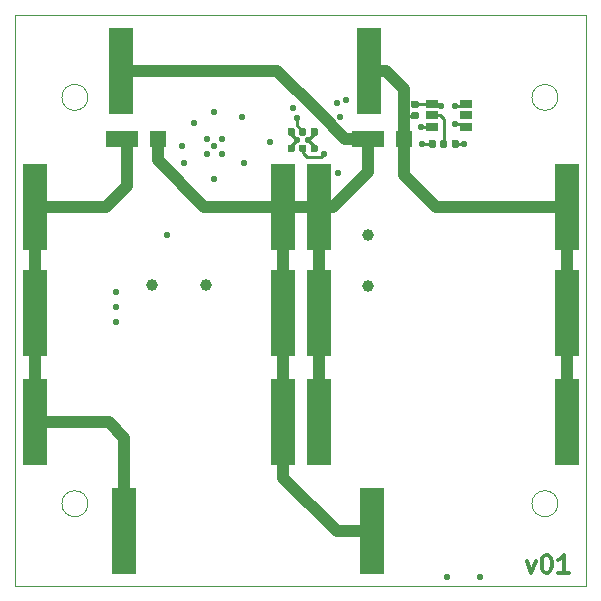
<source format=gbr>
%TF.GenerationSoftware,KiCad,Pcbnew,(5.1.4)-1*%
%TF.CreationDate,2019-12-19T17:33:09-07:00*%
%TF.ProjectId,SolarCellX_v3,536f6c61-7243-4656-9c6c-585f76332e6b,rev?*%
%TF.SameCoordinates,Original*%
%TF.FileFunction,Copper,L1,Top*%
%TF.FilePolarity,Positive*%
%FSLAX46Y46*%
G04 Gerber Fmt 4.6, Leading zero omitted, Abs format (unit mm)*
G04 Created by KiCad (PCBNEW (5.1.4)-1) date 2019-12-19 17:33:09*
%MOMM*%
%LPD*%
G04 APERTURE LIST*
%ADD10C,0.300000*%
%ADD11C,0.050000*%
%ADD12R,2.000000X7.400000*%
%ADD13C,1.000000*%
%ADD14R,1.000000X0.700000*%
%ADD15C,0.100000*%
%ADD16C,0.590000*%
%ADD17R,2.700000X1.400000*%
%ADD18R,1.400000X1.400000*%
%ADD19C,0.584200*%
%ADD20C,1.000000*%
%ADD21C,0.248920*%
%ADD22C,0.249936*%
G04 APERTURE END LIST*
D10*
X133405785Y-86229071D02*
X133762928Y-87229071D01*
X134120071Y-86229071D01*
X134977214Y-85729071D02*
X135120071Y-85729071D01*
X135262928Y-85800500D01*
X135334357Y-85871928D01*
X135405785Y-86014785D01*
X135477214Y-86300500D01*
X135477214Y-86657642D01*
X135405785Y-86943357D01*
X135334357Y-87086214D01*
X135262928Y-87157642D01*
X135120071Y-87229071D01*
X134977214Y-87229071D01*
X134834357Y-87157642D01*
X134762928Y-87086214D01*
X134691500Y-86943357D01*
X134620071Y-86657642D01*
X134620071Y-86300500D01*
X134691500Y-86014785D01*
X134762928Y-85871928D01*
X134834357Y-85800500D01*
X134977214Y-85729071D01*
X136905785Y-87229071D02*
X136048642Y-87229071D01*
X136477214Y-87229071D02*
X136477214Y-85729071D01*
X136334357Y-85943357D01*
X136191500Y-86086214D01*
X136048642Y-86157642D01*
D11*
X96200000Y-47000000D02*
G75*
G03X96200000Y-47000000I-1100000J0D01*
G01*
X96200000Y-81400000D02*
G75*
G03X96200000Y-81400000I-1100000J0D01*
G01*
X136000000Y-81400000D02*
G75*
G03X136000000Y-81400000I-1100000J0D01*
G01*
X136000000Y-47000000D02*
G75*
G03X136000000Y-47000000I-1100000J0D01*
G01*
X90000000Y-88400000D02*
X138400000Y-88400000D01*
X90000000Y-88400000D02*
X90000000Y-40000000D01*
X138400000Y-40000000D02*
X138400000Y-88400000D01*
X90000000Y-40000000D02*
X138400000Y-40000000D01*
D12*
X120250000Y-83750000D03*
X99250000Y-83750000D03*
X136750000Y-74500000D03*
X115750000Y-74500000D03*
X136750000Y-65250000D03*
X115750000Y-65250000D03*
X136750000Y-56250000D03*
X115750000Y-56250000D03*
X120000000Y-44750000D03*
X99000000Y-44750000D03*
X112750000Y-56250000D03*
X91750000Y-56250000D03*
X112750000Y-65250000D03*
X91750000Y-65250000D03*
X112750000Y-74500000D03*
X91750000Y-74500000D03*
D13*
X101600000Y-62865000D03*
X106172000Y-62865000D03*
X119888000Y-58674000D03*
X119888000Y-62992000D03*
D14*
X128259500Y-47564000D03*
X128259500Y-48514000D03*
X128259500Y-49464000D03*
X125359500Y-49464000D03*
X125359500Y-48514000D03*
X125359500Y-47564000D03*
D15*
G36*
X114548458Y-49591710D02*
G01*
X114562776Y-49593834D01*
X114576817Y-49597351D01*
X114590446Y-49602228D01*
X114603531Y-49608417D01*
X114615947Y-49615858D01*
X114627573Y-49624481D01*
X114638298Y-49634202D01*
X114648019Y-49644927D01*
X114656642Y-49656553D01*
X114664083Y-49668969D01*
X114670272Y-49682054D01*
X114675149Y-49695683D01*
X114678666Y-49709724D01*
X114680790Y-49724042D01*
X114681500Y-49738500D01*
X114681500Y-50083500D01*
X114680790Y-50097958D01*
X114678666Y-50112276D01*
X114675149Y-50126317D01*
X114670272Y-50139946D01*
X114664083Y-50153031D01*
X114656642Y-50165447D01*
X114648019Y-50177073D01*
X114638298Y-50187798D01*
X114627573Y-50197519D01*
X114615947Y-50206142D01*
X114603531Y-50213583D01*
X114590446Y-50219772D01*
X114576817Y-50224649D01*
X114562776Y-50228166D01*
X114548458Y-50230290D01*
X114534000Y-50231000D01*
X114239000Y-50231000D01*
X114224542Y-50230290D01*
X114210224Y-50228166D01*
X114196183Y-50224649D01*
X114182554Y-50219772D01*
X114169469Y-50213583D01*
X114157053Y-50206142D01*
X114145427Y-50197519D01*
X114134702Y-50187798D01*
X114124981Y-50177073D01*
X114116358Y-50165447D01*
X114108917Y-50153031D01*
X114102728Y-50139946D01*
X114097851Y-50126317D01*
X114094334Y-50112276D01*
X114092210Y-50097958D01*
X114091500Y-50083500D01*
X114091500Y-49738500D01*
X114092210Y-49724042D01*
X114094334Y-49709724D01*
X114097851Y-49695683D01*
X114102728Y-49682054D01*
X114108917Y-49668969D01*
X114116358Y-49656553D01*
X114124981Y-49644927D01*
X114134702Y-49634202D01*
X114145427Y-49624481D01*
X114157053Y-49615858D01*
X114169469Y-49608417D01*
X114182554Y-49602228D01*
X114196183Y-49597351D01*
X114210224Y-49593834D01*
X114224542Y-49591710D01*
X114239000Y-49591000D01*
X114534000Y-49591000D01*
X114548458Y-49591710D01*
X114548458Y-49591710D01*
G37*
D16*
X114386500Y-49911000D03*
D15*
G36*
X115518458Y-49591710D02*
G01*
X115532776Y-49593834D01*
X115546817Y-49597351D01*
X115560446Y-49602228D01*
X115573531Y-49608417D01*
X115585947Y-49615858D01*
X115597573Y-49624481D01*
X115608298Y-49634202D01*
X115618019Y-49644927D01*
X115626642Y-49656553D01*
X115634083Y-49668969D01*
X115640272Y-49682054D01*
X115645149Y-49695683D01*
X115648666Y-49709724D01*
X115650790Y-49724042D01*
X115651500Y-49738500D01*
X115651500Y-50083500D01*
X115650790Y-50097958D01*
X115648666Y-50112276D01*
X115645149Y-50126317D01*
X115640272Y-50139946D01*
X115634083Y-50153031D01*
X115626642Y-50165447D01*
X115618019Y-50177073D01*
X115608298Y-50187798D01*
X115597573Y-50197519D01*
X115585947Y-50206142D01*
X115573531Y-50213583D01*
X115560446Y-50219772D01*
X115546817Y-50224649D01*
X115532776Y-50228166D01*
X115518458Y-50230290D01*
X115504000Y-50231000D01*
X115209000Y-50231000D01*
X115194542Y-50230290D01*
X115180224Y-50228166D01*
X115166183Y-50224649D01*
X115152554Y-50219772D01*
X115139469Y-50213583D01*
X115127053Y-50206142D01*
X115115427Y-50197519D01*
X115104702Y-50187798D01*
X115094981Y-50177073D01*
X115086358Y-50165447D01*
X115078917Y-50153031D01*
X115072728Y-50139946D01*
X115067851Y-50126317D01*
X115064334Y-50112276D01*
X115062210Y-50097958D01*
X115061500Y-50083500D01*
X115061500Y-49738500D01*
X115062210Y-49724042D01*
X115064334Y-49709724D01*
X115067851Y-49695683D01*
X115072728Y-49682054D01*
X115078917Y-49668969D01*
X115086358Y-49656553D01*
X115094981Y-49644927D01*
X115104702Y-49634202D01*
X115115427Y-49624481D01*
X115127053Y-49615858D01*
X115139469Y-49608417D01*
X115152554Y-49602228D01*
X115166183Y-49597351D01*
X115180224Y-49593834D01*
X115194542Y-49591710D01*
X115209000Y-49591000D01*
X115504000Y-49591000D01*
X115518458Y-49591710D01*
X115518458Y-49591710D01*
G37*
D16*
X115356500Y-49911000D03*
D15*
G36*
X113578178Y-49591710D02*
G01*
X113592496Y-49593834D01*
X113606537Y-49597351D01*
X113620166Y-49602228D01*
X113633251Y-49608417D01*
X113645667Y-49615858D01*
X113657293Y-49624481D01*
X113668018Y-49634202D01*
X113677739Y-49644927D01*
X113686362Y-49656553D01*
X113693803Y-49668969D01*
X113699992Y-49682054D01*
X113704869Y-49695683D01*
X113708386Y-49709724D01*
X113710510Y-49724042D01*
X113711220Y-49738500D01*
X113711220Y-50083500D01*
X113710510Y-50097958D01*
X113708386Y-50112276D01*
X113704869Y-50126317D01*
X113699992Y-50139946D01*
X113693803Y-50153031D01*
X113686362Y-50165447D01*
X113677739Y-50177073D01*
X113668018Y-50187798D01*
X113657293Y-50197519D01*
X113645667Y-50206142D01*
X113633251Y-50213583D01*
X113620166Y-50219772D01*
X113606537Y-50224649D01*
X113592496Y-50228166D01*
X113578178Y-50230290D01*
X113563720Y-50231000D01*
X113268720Y-50231000D01*
X113254262Y-50230290D01*
X113239944Y-50228166D01*
X113225903Y-50224649D01*
X113212274Y-50219772D01*
X113199189Y-50213583D01*
X113186773Y-50206142D01*
X113175147Y-50197519D01*
X113164422Y-50187798D01*
X113154701Y-50177073D01*
X113146078Y-50165447D01*
X113138637Y-50153031D01*
X113132448Y-50139946D01*
X113127571Y-50126317D01*
X113124054Y-50112276D01*
X113121930Y-50097958D01*
X113121220Y-50083500D01*
X113121220Y-49738500D01*
X113121930Y-49724042D01*
X113124054Y-49709724D01*
X113127571Y-49695683D01*
X113132448Y-49682054D01*
X113138637Y-49668969D01*
X113146078Y-49656553D01*
X113154701Y-49644927D01*
X113164422Y-49634202D01*
X113175147Y-49624481D01*
X113186773Y-49615858D01*
X113199189Y-49608417D01*
X113212274Y-49602228D01*
X113225903Y-49597351D01*
X113239944Y-49593834D01*
X113254262Y-49591710D01*
X113268720Y-49591000D01*
X113563720Y-49591000D01*
X113578178Y-49591710D01*
X113578178Y-49591710D01*
G37*
D16*
X113416220Y-49911000D03*
D15*
G36*
X114548178Y-49591710D02*
G01*
X114562496Y-49593834D01*
X114576537Y-49597351D01*
X114590166Y-49602228D01*
X114603251Y-49608417D01*
X114615667Y-49615858D01*
X114627293Y-49624481D01*
X114638018Y-49634202D01*
X114647739Y-49644927D01*
X114656362Y-49656553D01*
X114663803Y-49668969D01*
X114669992Y-49682054D01*
X114674869Y-49695683D01*
X114678386Y-49709724D01*
X114680510Y-49724042D01*
X114681220Y-49738500D01*
X114681220Y-50083500D01*
X114680510Y-50097958D01*
X114678386Y-50112276D01*
X114674869Y-50126317D01*
X114669992Y-50139946D01*
X114663803Y-50153031D01*
X114656362Y-50165447D01*
X114647739Y-50177073D01*
X114638018Y-50187798D01*
X114627293Y-50197519D01*
X114615667Y-50206142D01*
X114603251Y-50213583D01*
X114590166Y-50219772D01*
X114576537Y-50224649D01*
X114562496Y-50228166D01*
X114548178Y-50230290D01*
X114533720Y-50231000D01*
X114238720Y-50231000D01*
X114224262Y-50230290D01*
X114209944Y-50228166D01*
X114195903Y-50224649D01*
X114182274Y-50219772D01*
X114169189Y-50213583D01*
X114156773Y-50206142D01*
X114145147Y-50197519D01*
X114134422Y-50187798D01*
X114124701Y-50177073D01*
X114116078Y-50165447D01*
X114108637Y-50153031D01*
X114102448Y-50139946D01*
X114097571Y-50126317D01*
X114094054Y-50112276D01*
X114091930Y-50097958D01*
X114091220Y-50083500D01*
X114091220Y-49738500D01*
X114091930Y-49724042D01*
X114094054Y-49709724D01*
X114097571Y-49695683D01*
X114102448Y-49682054D01*
X114108637Y-49668969D01*
X114116078Y-49656553D01*
X114124701Y-49644927D01*
X114134422Y-49634202D01*
X114145147Y-49624481D01*
X114156773Y-49615858D01*
X114169189Y-49608417D01*
X114182274Y-49602228D01*
X114195903Y-49597351D01*
X114209944Y-49593834D01*
X114224262Y-49591710D01*
X114238720Y-49591000D01*
X114533720Y-49591000D01*
X114548178Y-49591710D01*
X114548178Y-49591710D01*
G37*
D16*
X114386220Y-49911000D03*
D15*
G36*
X114548458Y-50988710D02*
G01*
X114562776Y-50990834D01*
X114576817Y-50994351D01*
X114590446Y-50999228D01*
X114603531Y-51005417D01*
X114615947Y-51012858D01*
X114627573Y-51021481D01*
X114638298Y-51031202D01*
X114648019Y-51041927D01*
X114656642Y-51053553D01*
X114664083Y-51065969D01*
X114670272Y-51079054D01*
X114675149Y-51092683D01*
X114678666Y-51106724D01*
X114680790Y-51121042D01*
X114681500Y-51135500D01*
X114681500Y-51480500D01*
X114680790Y-51494958D01*
X114678666Y-51509276D01*
X114675149Y-51523317D01*
X114670272Y-51536946D01*
X114664083Y-51550031D01*
X114656642Y-51562447D01*
X114648019Y-51574073D01*
X114638298Y-51584798D01*
X114627573Y-51594519D01*
X114615947Y-51603142D01*
X114603531Y-51610583D01*
X114590446Y-51616772D01*
X114576817Y-51621649D01*
X114562776Y-51625166D01*
X114548458Y-51627290D01*
X114534000Y-51628000D01*
X114239000Y-51628000D01*
X114224542Y-51627290D01*
X114210224Y-51625166D01*
X114196183Y-51621649D01*
X114182554Y-51616772D01*
X114169469Y-51610583D01*
X114157053Y-51603142D01*
X114145427Y-51594519D01*
X114134702Y-51584798D01*
X114124981Y-51574073D01*
X114116358Y-51562447D01*
X114108917Y-51550031D01*
X114102728Y-51536946D01*
X114097851Y-51523317D01*
X114094334Y-51509276D01*
X114092210Y-51494958D01*
X114091500Y-51480500D01*
X114091500Y-51135500D01*
X114092210Y-51121042D01*
X114094334Y-51106724D01*
X114097851Y-51092683D01*
X114102728Y-51079054D01*
X114108917Y-51065969D01*
X114116358Y-51053553D01*
X114124981Y-51041927D01*
X114134702Y-51031202D01*
X114145427Y-51021481D01*
X114157053Y-51012858D01*
X114169469Y-51005417D01*
X114182554Y-50999228D01*
X114196183Y-50994351D01*
X114210224Y-50990834D01*
X114224542Y-50988710D01*
X114239000Y-50988000D01*
X114534000Y-50988000D01*
X114548458Y-50988710D01*
X114548458Y-50988710D01*
G37*
D16*
X114386500Y-51308000D03*
D15*
G36*
X115518458Y-50988710D02*
G01*
X115532776Y-50990834D01*
X115546817Y-50994351D01*
X115560446Y-50999228D01*
X115573531Y-51005417D01*
X115585947Y-51012858D01*
X115597573Y-51021481D01*
X115608298Y-51031202D01*
X115618019Y-51041927D01*
X115626642Y-51053553D01*
X115634083Y-51065969D01*
X115640272Y-51079054D01*
X115645149Y-51092683D01*
X115648666Y-51106724D01*
X115650790Y-51121042D01*
X115651500Y-51135500D01*
X115651500Y-51480500D01*
X115650790Y-51494958D01*
X115648666Y-51509276D01*
X115645149Y-51523317D01*
X115640272Y-51536946D01*
X115634083Y-51550031D01*
X115626642Y-51562447D01*
X115618019Y-51574073D01*
X115608298Y-51584798D01*
X115597573Y-51594519D01*
X115585947Y-51603142D01*
X115573531Y-51610583D01*
X115560446Y-51616772D01*
X115546817Y-51621649D01*
X115532776Y-51625166D01*
X115518458Y-51627290D01*
X115504000Y-51628000D01*
X115209000Y-51628000D01*
X115194542Y-51627290D01*
X115180224Y-51625166D01*
X115166183Y-51621649D01*
X115152554Y-51616772D01*
X115139469Y-51610583D01*
X115127053Y-51603142D01*
X115115427Y-51594519D01*
X115104702Y-51584798D01*
X115094981Y-51574073D01*
X115086358Y-51562447D01*
X115078917Y-51550031D01*
X115072728Y-51536946D01*
X115067851Y-51523317D01*
X115064334Y-51509276D01*
X115062210Y-51494958D01*
X115061500Y-51480500D01*
X115061500Y-51135500D01*
X115062210Y-51121042D01*
X115064334Y-51106724D01*
X115067851Y-51092683D01*
X115072728Y-51079054D01*
X115078917Y-51065969D01*
X115086358Y-51053553D01*
X115094981Y-51041927D01*
X115104702Y-51031202D01*
X115115427Y-51021481D01*
X115127053Y-51012858D01*
X115139469Y-51005417D01*
X115152554Y-50999228D01*
X115166183Y-50994351D01*
X115180224Y-50990834D01*
X115194542Y-50988710D01*
X115209000Y-50988000D01*
X115504000Y-50988000D01*
X115518458Y-50988710D01*
X115518458Y-50988710D01*
G37*
D16*
X115356500Y-51308000D03*
D15*
G36*
X113578178Y-50988710D02*
G01*
X113592496Y-50990834D01*
X113606537Y-50994351D01*
X113620166Y-50999228D01*
X113633251Y-51005417D01*
X113645667Y-51012858D01*
X113657293Y-51021481D01*
X113668018Y-51031202D01*
X113677739Y-51041927D01*
X113686362Y-51053553D01*
X113693803Y-51065969D01*
X113699992Y-51079054D01*
X113704869Y-51092683D01*
X113708386Y-51106724D01*
X113710510Y-51121042D01*
X113711220Y-51135500D01*
X113711220Y-51480500D01*
X113710510Y-51494958D01*
X113708386Y-51509276D01*
X113704869Y-51523317D01*
X113699992Y-51536946D01*
X113693803Y-51550031D01*
X113686362Y-51562447D01*
X113677739Y-51574073D01*
X113668018Y-51584798D01*
X113657293Y-51594519D01*
X113645667Y-51603142D01*
X113633251Y-51610583D01*
X113620166Y-51616772D01*
X113606537Y-51621649D01*
X113592496Y-51625166D01*
X113578178Y-51627290D01*
X113563720Y-51628000D01*
X113268720Y-51628000D01*
X113254262Y-51627290D01*
X113239944Y-51625166D01*
X113225903Y-51621649D01*
X113212274Y-51616772D01*
X113199189Y-51610583D01*
X113186773Y-51603142D01*
X113175147Y-51594519D01*
X113164422Y-51584798D01*
X113154701Y-51574073D01*
X113146078Y-51562447D01*
X113138637Y-51550031D01*
X113132448Y-51536946D01*
X113127571Y-51523317D01*
X113124054Y-51509276D01*
X113121930Y-51494958D01*
X113121220Y-51480500D01*
X113121220Y-51135500D01*
X113121930Y-51121042D01*
X113124054Y-51106724D01*
X113127571Y-51092683D01*
X113132448Y-51079054D01*
X113138637Y-51065969D01*
X113146078Y-51053553D01*
X113154701Y-51041927D01*
X113164422Y-51031202D01*
X113175147Y-51021481D01*
X113186773Y-51012858D01*
X113199189Y-51005417D01*
X113212274Y-50999228D01*
X113225903Y-50994351D01*
X113239944Y-50990834D01*
X113254262Y-50988710D01*
X113268720Y-50988000D01*
X113563720Y-50988000D01*
X113578178Y-50988710D01*
X113578178Y-50988710D01*
G37*
D16*
X113416220Y-51308000D03*
D15*
G36*
X114548178Y-50988710D02*
G01*
X114562496Y-50990834D01*
X114576537Y-50994351D01*
X114590166Y-50999228D01*
X114603251Y-51005417D01*
X114615667Y-51012858D01*
X114627293Y-51021481D01*
X114638018Y-51031202D01*
X114647739Y-51041927D01*
X114656362Y-51053553D01*
X114663803Y-51065969D01*
X114669992Y-51079054D01*
X114674869Y-51092683D01*
X114678386Y-51106724D01*
X114680510Y-51121042D01*
X114681220Y-51135500D01*
X114681220Y-51480500D01*
X114680510Y-51494958D01*
X114678386Y-51509276D01*
X114674869Y-51523317D01*
X114669992Y-51536946D01*
X114663803Y-51550031D01*
X114656362Y-51562447D01*
X114647739Y-51574073D01*
X114638018Y-51584798D01*
X114627293Y-51594519D01*
X114615667Y-51603142D01*
X114603251Y-51610583D01*
X114590166Y-51616772D01*
X114576537Y-51621649D01*
X114562496Y-51625166D01*
X114548178Y-51627290D01*
X114533720Y-51628000D01*
X114238720Y-51628000D01*
X114224262Y-51627290D01*
X114209944Y-51625166D01*
X114195903Y-51621649D01*
X114182274Y-51616772D01*
X114169189Y-51610583D01*
X114156773Y-51603142D01*
X114145147Y-51594519D01*
X114134422Y-51584798D01*
X114124701Y-51574073D01*
X114116078Y-51562447D01*
X114108637Y-51550031D01*
X114102448Y-51536946D01*
X114097571Y-51523317D01*
X114094054Y-51509276D01*
X114091930Y-51494958D01*
X114091220Y-51480500D01*
X114091220Y-51135500D01*
X114091930Y-51121042D01*
X114094054Y-51106724D01*
X114097571Y-51092683D01*
X114102448Y-51079054D01*
X114108637Y-51065969D01*
X114116078Y-51053553D01*
X114124701Y-51041927D01*
X114134422Y-51031202D01*
X114145147Y-51021481D01*
X114156773Y-51012858D01*
X114169189Y-51005417D01*
X114182274Y-50999228D01*
X114195903Y-50994351D01*
X114209944Y-50990834D01*
X114224262Y-50988710D01*
X114238720Y-50988000D01*
X114533720Y-50988000D01*
X114548178Y-50988710D01*
X114548178Y-50988710D01*
G37*
D16*
X114386220Y-51308000D03*
D15*
G36*
X126480958Y-50607710D02*
G01*
X126495276Y-50609834D01*
X126509317Y-50613351D01*
X126522946Y-50618228D01*
X126536031Y-50624417D01*
X126548447Y-50631858D01*
X126560073Y-50640481D01*
X126570798Y-50650202D01*
X126580519Y-50660927D01*
X126589142Y-50672553D01*
X126596583Y-50684969D01*
X126602772Y-50698054D01*
X126607649Y-50711683D01*
X126611166Y-50725724D01*
X126613290Y-50740042D01*
X126614000Y-50754500D01*
X126614000Y-51099500D01*
X126613290Y-51113958D01*
X126611166Y-51128276D01*
X126607649Y-51142317D01*
X126602772Y-51155946D01*
X126596583Y-51169031D01*
X126589142Y-51181447D01*
X126580519Y-51193073D01*
X126570798Y-51203798D01*
X126560073Y-51213519D01*
X126548447Y-51222142D01*
X126536031Y-51229583D01*
X126522946Y-51235772D01*
X126509317Y-51240649D01*
X126495276Y-51244166D01*
X126480958Y-51246290D01*
X126466500Y-51247000D01*
X126171500Y-51247000D01*
X126157042Y-51246290D01*
X126142724Y-51244166D01*
X126128683Y-51240649D01*
X126115054Y-51235772D01*
X126101969Y-51229583D01*
X126089553Y-51222142D01*
X126077927Y-51213519D01*
X126067202Y-51203798D01*
X126057481Y-51193073D01*
X126048858Y-51181447D01*
X126041417Y-51169031D01*
X126035228Y-51155946D01*
X126030351Y-51142317D01*
X126026834Y-51128276D01*
X126024710Y-51113958D01*
X126024000Y-51099500D01*
X126024000Y-50754500D01*
X126024710Y-50740042D01*
X126026834Y-50725724D01*
X126030351Y-50711683D01*
X126035228Y-50698054D01*
X126041417Y-50684969D01*
X126048858Y-50672553D01*
X126057481Y-50660927D01*
X126067202Y-50650202D01*
X126077927Y-50640481D01*
X126089553Y-50631858D01*
X126101969Y-50624417D01*
X126115054Y-50618228D01*
X126128683Y-50613351D01*
X126142724Y-50609834D01*
X126157042Y-50607710D01*
X126171500Y-50607000D01*
X126466500Y-50607000D01*
X126480958Y-50607710D01*
X126480958Y-50607710D01*
G37*
D16*
X126319000Y-50927000D03*
D15*
G36*
X125510958Y-50607710D02*
G01*
X125525276Y-50609834D01*
X125539317Y-50613351D01*
X125552946Y-50618228D01*
X125566031Y-50624417D01*
X125578447Y-50631858D01*
X125590073Y-50640481D01*
X125600798Y-50650202D01*
X125610519Y-50660927D01*
X125619142Y-50672553D01*
X125626583Y-50684969D01*
X125632772Y-50698054D01*
X125637649Y-50711683D01*
X125641166Y-50725724D01*
X125643290Y-50740042D01*
X125644000Y-50754500D01*
X125644000Y-51099500D01*
X125643290Y-51113958D01*
X125641166Y-51128276D01*
X125637649Y-51142317D01*
X125632772Y-51155946D01*
X125626583Y-51169031D01*
X125619142Y-51181447D01*
X125610519Y-51193073D01*
X125600798Y-51203798D01*
X125590073Y-51213519D01*
X125578447Y-51222142D01*
X125566031Y-51229583D01*
X125552946Y-51235772D01*
X125539317Y-51240649D01*
X125525276Y-51244166D01*
X125510958Y-51246290D01*
X125496500Y-51247000D01*
X125201500Y-51247000D01*
X125187042Y-51246290D01*
X125172724Y-51244166D01*
X125158683Y-51240649D01*
X125145054Y-51235772D01*
X125131969Y-51229583D01*
X125119553Y-51222142D01*
X125107927Y-51213519D01*
X125097202Y-51203798D01*
X125087481Y-51193073D01*
X125078858Y-51181447D01*
X125071417Y-51169031D01*
X125065228Y-51155946D01*
X125060351Y-51142317D01*
X125056834Y-51128276D01*
X125054710Y-51113958D01*
X125054000Y-51099500D01*
X125054000Y-50754500D01*
X125054710Y-50740042D01*
X125056834Y-50725724D01*
X125060351Y-50711683D01*
X125065228Y-50698054D01*
X125071417Y-50684969D01*
X125078858Y-50672553D01*
X125087481Y-50660927D01*
X125097202Y-50650202D01*
X125107927Y-50640481D01*
X125119553Y-50631858D01*
X125131969Y-50624417D01*
X125145054Y-50618228D01*
X125158683Y-50613351D01*
X125172724Y-50609834D01*
X125187042Y-50607710D01*
X125201500Y-50607000D01*
X125496500Y-50607000D01*
X125510958Y-50607710D01*
X125510958Y-50607710D01*
G37*
D16*
X125349000Y-50927000D03*
D15*
G36*
X127456458Y-50607710D02*
G01*
X127470776Y-50609834D01*
X127484817Y-50613351D01*
X127498446Y-50618228D01*
X127511531Y-50624417D01*
X127523947Y-50631858D01*
X127535573Y-50640481D01*
X127546298Y-50650202D01*
X127556019Y-50660927D01*
X127564642Y-50672553D01*
X127572083Y-50684969D01*
X127578272Y-50698054D01*
X127583149Y-50711683D01*
X127586666Y-50725724D01*
X127588790Y-50740042D01*
X127589500Y-50754500D01*
X127589500Y-51099500D01*
X127588790Y-51113958D01*
X127586666Y-51128276D01*
X127583149Y-51142317D01*
X127578272Y-51155946D01*
X127572083Y-51169031D01*
X127564642Y-51181447D01*
X127556019Y-51193073D01*
X127546298Y-51203798D01*
X127535573Y-51213519D01*
X127523947Y-51222142D01*
X127511531Y-51229583D01*
X127498446Y-51235772D01*
X127484817Y-51240649D01*
X127470776Y-51244166D01*
X127456458Y-51246290D01*
X127442000Y-51247000D01*
X127147000Y-51247000D01*
X127132542Y-51246290D01*
X127118224Y-51244166D01*
X127104183Y-51240649D01*
X127090554Y-51235772D01*
X127077469Y-51229583D01*
X127065053Y-51222142D01*
X127053427Y-51213519D01*
X127042702Y-51203798D01*
X127032981Y-51193073D01*
X127024358Y-51181447D01*
X127016917Y-51169031D01*
X127010728Y-51155946D01*
X127005851Y-51142317D01*
X127002334Y-51128276D01*
X127000210Y-51113958D01*
X126999500Y-51099500D01*
X126999500Y-50754500D01*
X127000210Y-50740042D01*
X127002334Y-50725724D01*
X127005851Y-50711683D01*
X127010728Y-50698054D01*
X127016917Y-50684969D01*
X127024358Y-50672553D01*
X127032981Y-50660927D01*
X127042702Y-50650202D01*
X127053427Y-50640481D01*
X127065053Y-50631858D01*
X127077469Y-50624417D01*
X127090554Y-50618228D01*
X127104183Y-50613351D01*
X127118224Y-50609834D01*
X127132542Y-50607710D01*
X127147000Y-50607000D01*
X127442000Y-50607000D01*
X127456458Y-50607710D01*
X127456458Y-50607710D01*
G37*
D16*
X127294500Y-50927000D03*
D15*
G36*
X126486458Y-50607710D02*
G01*
X126500776Y-50609834D01*
X126514817Y-50613351D01*
X126528446Y-50618228D01*
X126541531Y-50624417D01*
X126553947Y-50631858D01*
X126565573Y-50640481D01*
X126576298Y-50650202D01*
X126586019Y-50660927D01*
X126594642Y-50672553D01*
X126602083Y-50684969D01*
X126608272Y-50698054D01*
X126613149Y-50711683D01*
X126616666Y-50725724D01*
X126618790Y-50740042D01*
X126619500Y-50754500D01*
X126619500Y-51099500D01*
X126618790Y-51113958D01*
X126616666Y-51128276D01*
X126613149Y-51142317D01*
X126608272Y-51155946D01*
X126602083Y-51169031D01*
X126594642Y-51181447D01*
X126586019Y-51193073D01*
X126576298Y-51203798D01*
X126565573Y-51213519D01*
X126553947Y-51222142D01*
X126541531Y-51229583D01*
X126528446Y-51235772D01*
X126514817Y-51240649D01*
X126500776Y-51244166D01*
X126486458Y-51246290D01*
X126472000Y-51247000D01*
X126177000Y-51247000D01*
X126162542Y-51246290D01*
X126148224Y-51244166D01*
X126134183Y-51240649D01*
X126120554Y-51235772D01*
X126107469Y-51229583D01*
X126095053Y-51222142D01*
X126083427Y-51213519D01*
X126072702Y-51203798D01*
X126062981Y-51193073D01*
X126054358Y-51181447D01*
X126046917Y-51169031D01*
X126040728Y-51155946D01*
X126035851Y-51142317D01*
X126032334Y-51128276D01*
X126030210Y-51113958D01*
X126029500Y-51099500D01*
X126029500Y-50754500D01*
X126030210Y-50740042D01*
X126032334Y-50725724D01*
X126035851Y-50711683D01*
X126040728Y-50698054D01*
X126046917Y-50684969D01*
X126054358Y-50672553D01*
X126062981Y-50660927D01*
X126072702Y-50650202D01*
X126083427Y-50640481D01*
X126095053Y-50631858D01*
X126107469Y-50624417D01*
X126120554Y-50618228D01*
X126134183Y-50613351D01*
X126148224Y-50609834D01*
X126162542Y-50607710D01*
X126177000Y-50607000D01*
X126472000Y-50607000D01*
X126486458Y-50607710D01*
X126486458Y-50607710D01*
G37*
D16*
X126324500Y-50927000D03*
D15*
G36*
X124075458Y-47290210D02*
G01*
X124089776Y-47292334D01*
X124103817Y-47295851D01*
X124117446Y-47300728D01*
X124130531Y-47306917D01*
X124142947Y-47314358D01*
X124154573Y-47322981D01*
X124165298Y-47332702D01*
X124175019Y-47343427D01*
X124183642Y-47355053D01*
X124191083Y-47367469D01*
X124197272Y-47380554D01*
X124202149Y-47394183D01*
X124205666Y-47408224D01*
X124207790Y-47422542D01*
X124208500Y-47437000D01*
X124208500Y-47732000D01*
X124207790Y-47746458D01*
X124205666Y-47760776D01*
X124202149Y-47774817D01*
X124197272Y-47788446D01*
X124191083Y-47801531D01*
X124183642Y-47813947D01*
X124175019Y-47825573D01*
X124165298Y-47836298D01*
X124154573Y-47846019D01*
X124142947Y-47854642D01*
X124130531Y-47862083D01*
X124117446Y-47868272D01*
X124103817Y-47873149D01*
X124089776Y-47876666D01*
X124075458Y-47878790D01*
X124061000Y-47879500D01*
X123716000Y-47879500D01*
X123701542Y-47878790D01*
X123687224Y-47876666D01*
X123673183Y-47873149D01*
X123659554Y-47868272D01*
X123646469Y-47862083D01*
X123634053Y-47854642D01*
X123622427Y-47846019D01*
X123611702Y-47836298D01*
X123601981Y-47825573D01*
X123593358Y-47813947D01*
X123585917Y-47801531D01*
X123579728Y-47788446D01*
X123574851Y-47774817D01*
X123571334Y-47760776D01*
X123569210Y-47746458D01*
X123568500Y-47732000D01*
X123568500Y-47437000D01*
X123569210Y-47422542D01*
X123571334Y-47408224D01*
X123574851Y-47394183D01*
X123579728Y-47380554D01*
X123585917Y-47367469D01*
X123593358Y-47355053D01*
X123601981Y-47343427D01*
X123611702Y-47332702D01*
X123622427Y-47322981D01*
X123634053Y-47314358D01*
X123646469Y-47306917D01*
X123659554Y-47300728D01*
X123673183Y-47295851D01*
X123687224Y-47292334D01*
X123701542Y-47290210D01*
X123716000Y-47289500D01*
X124061000Y-47289500D01*
X124075458Y-47290210D01*
X124075458Y-47290210D01*
G37*
D16*
X123888500Y-47584500D03*
D15*
G36*
X124075458Y-48260210D02*
G01*
X124089776Y-48262334D01*
X124103817Y-48265851D01*
X124117446Y-48270728D01*
X124130531Y-48276917D01*
X124142947Y-48284358D01*
X124154573Y-48292981D01*
X124165298Y-48302702D01*
X124175019Y-48313427D01*
X124183642Y-48325053D01*
X124191083Y-48337469D01*
X124197272Y-48350554D01*
X124202149Y-48364183D01*
X124205666Y-48378224D01*
X124207790Y-48392542D01*
X124208500Y-48407000D01*
X124208500Y-48702000D01*
X124207790Y-48716458D01*
X124205666Y-48730776D01*
X124202149Y-48744817D01*
X124197272Y-48758446D01*
X124191083Y-48771531D01*
X124183642Y-48783947D01*
X124175019Y-48795573D01*
X124165298Y-48806298D01*
X124154573Y-48816019D01*
X124142947Y-48824642D01*
X124130531Y-48832083D01*
X124117446Y-48838272D01*
X124103817Y-48843149D01*
X124089776Y-48846666D01*
X124075458Y-48848790D01*
X124061000Y-48849500D01*
X123716000Y-48849500D01*
X123701542Y-48848790D01*
X123687224Y-48846666D01*
X123673183Y-48843149D01*
X123659554Y-48838272D01*
X123646469Y-48832083D01*
X123634053Y-48824642D01*
X123622427Y-48816019D01*
X123611702Y-48806298D01*
X123601981Y-48795573D01*
X123593358Y-48783947D01*
X123585917Y-48771531D01*
X123579728Y-48758446D01*
X123574851Y-48744817D01*
X123571334Y-48730776D01*
X123569210Y-48716458D01*
X123568500Y-48702000D01*
X123568500Y-48407000D01*
X123569210Y-48392542D01*
X123571334Y-48378224D01*
X123574851Y-48364183D01*
X123579728Y-48350554D01*
X123585917Y-48337469D01*
X123593358Y-48325053D01*
X123601981Y-48313427D01*
X123611702Y-48302702D01*
X123622427Y-48292981D01*
X123634053Y-48284358D01*
X123646469Y-48276917D01*
X123659554Y-48270728D01*
X123673183Y-48265851D01*
X123687224Y-48262334D01*
X123701542Y-48260210D01*
X123716000Y-48259500D01*
X124061000Y-48259500D01*
X124075458Y-48260210D01*
X124075458Y-48260210D01*
G37*
D16*
X123888500Y-48554500D03*
D17*
X99066500Y-50500000D03*
D18*
X102116500Y-50500000D03*
X123008000Y-50500000D03*
D17*
X119958000Y-50500000D03*
D19*
X106253260Y-51754256D03*
X107523260Y-51754256D03*
X106253260Y-50509656D03*
X109410500Y-52514500D03*
X107530900Y-50485040D03*
X106923840Y-51092100D03*
X104302012Y-52519693D03*
X122999500Y-53276500D03*
X122999500Y-52578000D03*
X122999500Y-51879500D03*
X122999500Y-49276000D03*
X124523500Y-50927000D03*
X122999500Y-48387000D03*
X124396500Y-49466500D03*
X117537610Y-48650791D03*
X117348000Y-53403500D03*
X128079500Y-50927000D03*
X126111000Y-47752000D03*
X127317500Y-47752000D03*
X118047740Y-47243775D03*
X127317500Y-49276000D03*
X117284500Y-47434502D03*
X105156000Y-49149000D03*
X111633000Y-50800000D03*
X113919000Y-48768000D03*
X116205000Y-51752500D03*
X106870500Y-48260000D03*
X109232672Y-48653690D03*
X104144156Y-51144656D03*
X102933500Y-58674000D03*
X99504500Y-53848000D03*
X99504500Y-54483000D03*
X126619000Y-87630000D03*
X98552000Y-64770000D03*
X98552000Y-63500000D03*
X98552000Y-66040000D03*
X129413000Y-87630000D03*
X113919000Y-50609500D03*
X114871500Y-50609500D03*
X106913660Y-53938656D03*
X113538000Y-47879000D03*
D20*
X136750000Y-56250000D02*
X136750000Y-74500000D01*
X120000000Y-44750000D02*
X121458000Y-44750000D01*
X121458000Y-44750000D02*
X123008000Y-46300000D01*
X134750000Y-56250000D02*
X136750000Y-56250000D01*
X125719000Y-56250000D02*
X134750000Y-56250000D01*
X123008000Y-50500000D02*
X123008000Y-53539000D01*
X123008000Y-53539000D02*
X125719000Y-56250000D01*
D21*
X125349000Y-50927000D02*
X124523500Y-50927000D01*
X123276500Y-48554500D02*
X123008000Y-48823000D01*
X123888500Y-48554500D02*
X123276500Y-48554500D01*
D20*
X123008000Y-46300000D02*
X123008000Y-48823000D01*
X123008000Y-48823000D02*
X123008000Y-50500000D01*
D22*
X124399000Y-49464000D02*
X124396500Y-49466500D01*
X125042000Y-49464000D02*
X124399000Y-49464000D01*
D21*
X127294500Y-50927000D02*
X128079500Y-50927000D01*
X125021500Y-47584500D02*
X125042000Y-47564000D01*
X123888500Y-47584500D02*
X125021500Y-47584500D01*
X125923000Y-47564000D02*
X126111000Y-47752000D01*
X125359500Y-47564000D02*
X125923000Y-47564000D01*
D22*
X128071500Y-47752000D02*
X127317500Y-47752000D01*
X128259500Y-47564000D02*
X128071500Y-47752000D01*
X128071500Y-49276000D02*
X127317500Y-49276000D01*
X128259500Y-49464000D02*
X128071500Y-49276000D01*
D21*
X113919000Y-49380280D02*
X113919000Y-49181091D01*
X113919000Y-49181091D02*
X113919000Y-48768000D01*
X114386220Y-49847500D02*
X113919000Y-49380280D01*
X115912901Y-52044599D02*
X116205000Y-51752500D01*
X114766319Y-52044599D02*
X115912901Y-52044599D01*
X114386220Y-51664500D02*
X114766319Y-52044599D01*
X114386220Y-51244500D02*
X114386220Y-51664500D01*
D20*
X91750000Y-74500000D02*
X91750000Y-56250000D01*
X99250000Y-75800000D02*
X99250000Y-83750000D01*
X91750000Y-74500000D02*
X97950000Y-74500000D01*
X97950000Y-74500000D02*
X99250000Y-75800000D01*
X97737500Y-56250000D02*
X99504500Y-54483000D01*
X91750000Y-56250000D02*
X97737500Y-56250000D01*
X99504500Y-54483000D02*
X99504500Y-50938000D01*
X99504500Y-50938000D02*
X99066500Y-50500000D01*
X112750000Y-56250000D02*
X112750000Y-74500000D01*
X112750000Y-74500000D02*
X112750000Y-79200000D01*
X99000000Y-44750000D02*
X112250000Y-44750000D01*
X112250000Y-44750000D02*
X115750000Y-48250000D01*
X115750000Y-56250000D02*
X115750000Y-74500000D01*
X115750000Y-56250000D02*
X112750000Y-56250000D01*
X117300000Y-83750000D02*
X120250000Y-83750000D01*
X112750000Y-79200000D02*
X117300000Y-83750000D01*
X102116500Y-52332500D02*
X102116500Y-50500000D01*
X112750000Y-56250000D02*
X106034000Y-56250000D01*
X106034000Y-56250000D02*
X102116500Y-52332500D01*
X116998920Y-56250000D02*
X115750000Y-56250000D01*
X119958000Y-53290920D02*
X116998920Y-56250000D01*
X119958000Y-50500000D02*
X119958000Y-53290920D01*
X118000000Y-50500000D02*
X119958000Y-50500000D01*
X115750000Y-48250000D02*
X118000000Y-50500000D01*
D21*
X126324500Y-50507000D02*
X126324500Y-50927000D01*
X126324500Y-48854500D02*
X126324500Y-50507000D01*
X125359500Y-48514000D02*
X125984000Y-48514000D01*
X125984000Y-48514000D02*
X126324500Y-48854500D01*
X113416220Y-51308000D02*
X113416220Y-51112280D01*
X113416220Y-51112280D02*
X113919000Y-50609500D01*
X115356500Y-51308000D02*
X115356500Y-51094500D01*
X115356500Y-51094500D02*
X114871500Y-50609500D01*
X115356500Y-50124500D02*
X114871500Y-50609500D01*
X115356500Y-49911000D02*
X115356500Y-50124500D01*
X113416220Y-50106720D02*
X113919000Y-50609500D01*
X113416220Y-49911000D02*
X113416220Y-50106720D01*
M02*

</source>
